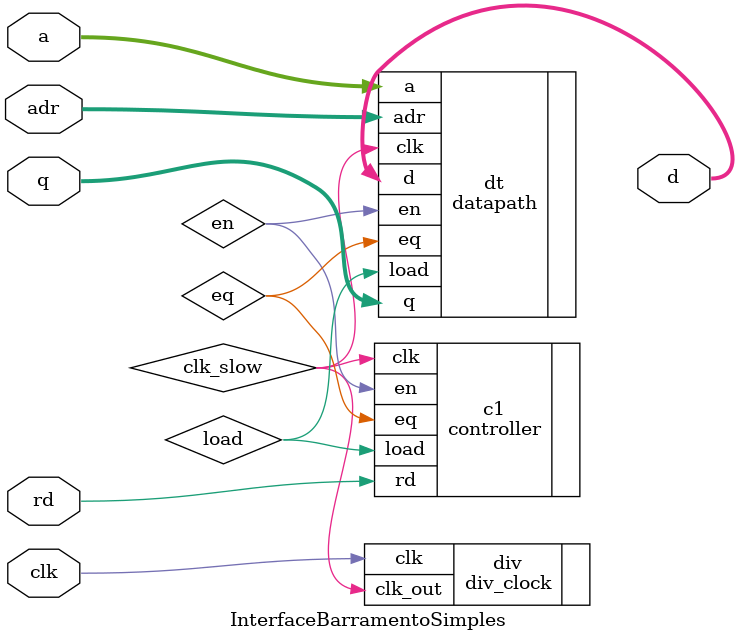
<source format=sv>
module InterfaceBarramentoSimples (
    input logic rd, clk,
    input logic [3:0] a, adr,
    input logic [31:0] q,
    output logic [31:0] d
);

wire logic clk_slow, en, load, eq;

div_clock div(.clk(clk), .clk_out(clk_slow));
controller c1(.rd(rd), .clk(clk_slow), .eq(eq), .load(load), .en(en));
datapath dt(.load(load), .en(en), .clk(clk_slow), .a(a), .adr(adr), .q(q), .d(d), .eq(eq));



endmodule
</source>
